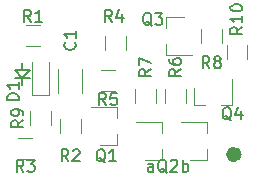
<source format=gbr>
G04 #@! TF.FileFunction,Legend,Top*
%FSLAX46Y46*%
G04 Gerber Fmt 4.6, Leading zero omitted, Abs format (unit mm)*
G04 Created by KiCad (PCBNEW 4.0.7) date 12/11/17 08:47:06*
%MOMM*%
%LPD*%
G01*
G04 APERTURE LIST*
%ADD10C,0.100000*%
%ADD11C,0.750000*%
%ADD12C,0.120000*%
%ADD13C,0.150000*%
G04 APERTURE END LIST*
D10*
D11*
X139856981Y-119253000D02*
G75*
G03X139856981Y-119253000I-283981J0D01*
G01*
D12*
X122310000Y-116805000D02*
X122310000Y-115605000D01*
X124070000Y-115605000D02*
X124070000Y-116805000D01*
X122490000Y-114195000D02*
X123890000Y-114195000D01*
X123890000Y-114195000D02*
X123890000Y-111395000D01*
X122490000Y-114195000D02*
X122490000Y-111395000D01*
X123155000Y-110100000D02*
X121955000Y-110100000D01*
X121955000Y-108340000D02*
X123155000Y-108340000D01*
X121320000Y-117865000D02*
X122520000Y-117865000D01*
X122520000Y-119625000D02*
X121320000Y-119625000D01*
X128660000Y-110455000D02*
X128660000Y-109255000D01*
X130420000Y-109255000D02*
X130420000Y-110455000D01*
X128305000Y-112150000D02*
X129505000Y-112150000D01*
X129505000Y-113910000D02*
X128305000Y-113910000D01*
X131200000Y-114900000D02*
X131200000Y-113700000D01*
X132960000Y-113700000D02*
X132960000Y-114900000D01*
X135500000Y-113700000D02*
X135500000Y-114900000D01*
X133740000Y-114900000D02*
X133740000Y-113700000D01*
X138548000Y-108620000D02*
X138548000Y-109820000D01*
X136788000Y-109820000D02*
X136788000Y-108620000D01*
X126610000Y-116240000D02*
X126610000Y-117440000D01*
X124850000Y-117440000D02*
X124850000Y-116240000D01*
X129665000Y-118420000D02*
X129665000Y-117490000D01*
X129665000Y-115260000D02*
X129665000Y-116190000D01*
X129665000Y-115260000D02*
X127505000Y-115260000D01*
X129665000Y-118420000D02*
X128205000Y-118420000D01*
X133475000Y-119690000D02*
X133475000Y-118760000D01*
X133475000Y-116530000D02*
X133475000Y-117460000D01*
X133475000Y-116530000D02*
X131315000Y-116530000D01*
X133475000Y-119690000D02*
X132015000Y-119690000D01*
X137285000Y-119690000D02*
X137285000Y-118760000D01*
X137285000Y-116530000D02*
X137285000Y-117460000D01*
X137285000Y-116530000D02*
X135125000Y-116530000D01*
X137285000Y-119690000D02*
X135825000Y-119690000D01*
X133860000Y-107640000D02*
X133860000Y-108570000D01*
X133860000Y-110800000D02*
X133860000Y-109870000D01*
X133860000Y-110800000D02*
X136020000Y-110800000D01*
X133860000Y-107640000D02*
X135320000Y-107640000D01*
X136215000Y-115060000D02*
X137145000Y-115060000D01*
X139375000Y-115060000D02*
X138445000Y-115060000D01*
X139375000Y-115060000D02*
X139375000Y-112900000D01*
X136215000Y-115060000D02*
X136215000Y-113600000D01*
X140707000Y-110017000D02*
X140707000Y-111217000D01*
X138947000Y-111217000D02*
X138947000Y-110017000D01*
D13*
X121666000Y-112141000D02*
X121666000Y-111506000D01*
X121666000Y-112776000D02*
X121666000Y-113411000D01*
X121666000Y-112776000D02*
X121031000Y-112776000D01*
X121666000Y-112776000D02*
X122301000Y-112776000D01*
X122301000Y-112141000D02*
X121031000Y-112141000D01*
X121031000Y-112141000D02*
X121666000Y-112776000D01*
X121666000Y-112776000D02*
X122301000Y-112141000D01*
D12*
X126750000Y-114030000D02*
X126750000Y-112030000D01*
X124710000Y-112030000D02*
X124710000Y-114030000D01*
D13*
X125563334Y-119832381D02*
X125230000Y-119356190D01*
X124991905Y-119832381D02*
X124991905Y-118832381D01*
X125372858Y-118832381D01*
X125468096Y-118880000D01*
X125515715Y-118927619D01*
X125563334Y-119022857D01*
X125563334Y-119165714D01*
X125515715Y-119260952D01*
X125468096Y-119308571D01*
X125372858Y-119356190D01*
X124991905Y-119356190D01*
X125944286Y-118927619D02*
X125991905Y-118880000D01*
X126087143Y-118832381D01*
X126325239Y-118832381D01*
X126420477Y-118880000D01*
X126468096Y-118927619D01*
X126515715Y-119022857D01*
X126515715Y-119118095D01*
X126468096Y-119260952D01*
X125896667Y-119832381D01*
X126515715Y-119832381D01*
X121356381Y-114657095D02*
X120356381Y-114657095D01*
X120356381Y-114419000D01*
X120404000Y-114276142D01*
X120499238Y-114180904D01*
X120594476Y-114133285D01*
X120784952Y-114085666D01*
X120927810Y-114085666D01*
X121118286Y-114133285D01*
X121213524Y-114180904D01*
X121308762Y-114276142D01*
X121356381Y-114419000D01*
X121356381Y-114657095D01*
X121356381Y-113133285D02*
X121356381Y-113704714D01*
X121356381Y-113419000D02*
X120356381Y-113419000D01*
X120499238Y-113514238D01*
X120594476Y-113609476D01*
X120642095Y-113704714D01*
X122388334Y-108022381D02*
X122055000Y-107546190D01*
X121816905Y-108022381D02*
X121816905Y-107022381D01*
X122197858Y-107022381D01*
X122293096Y-107070000D01*
X122340715Y-107117619D01*
X122388334Y-107212857D01*
X122388334Y-107355714D01*
X122340715Y-107450952D01*
X122293096Y-107498571D01*
X122197858Y-107546190D01*
X121816905Y-107546190D01*
X123340715Y-108022381D02*
X122769286Y-108022381D01*
X123055000Y-108022381D02*
X123055000Y-107022381D01*
X122959762Y-107165238D01*
X122864524Y-107260476D01*
X122769286Y-107308095D01*
X121753334Y-120721381D02*
X121420000Y-120245190D01*
X121181905Y-120721381D02*
X121181905Y-119721381D01*
X121562858Y-119721381D01*
X121658096Y-119769000D01*
X121705715Y-119816619D01*
X121753334Y-119911857D01*
X121753334Y-120054714D01*
X121705715Y-120149952D01*
X121658096Y-120197571D01*
X121562858Y-120245190D01*
X121181905Y-120245190D01*
X122086667Y-119721381D02*
X122705715Y-119721381D01*
X122372381Y-120102333D01*
X122515239Y-120102333D01*
X122610477Y-120149952D01*
X122658096Y-120197571D01*
X122705715Y-120292810D01*
X122705715Y-120530905D01*
X122658096Y-120626143D01*
X122610477Y-120673762D01*
X122515239Y-120721381D01*
X122229524Y-120721381D01*
X122134286Y-120673762D01*
X122086667Y-120626143D01*
X129246334Y-108021381D02*
X128913000Y-107545190D01*
X128674905Y-108021381D02*
X128674905Y-107021381D01*
X129055858Y-107021381D01*
X129151096Y-107069000D01*
X129198715Y-107116619D01*
X129246334Y-107211857D01*
X129246334Y-107354714D01*
X129198715Y-107449952D01*
X129151096Y-107497571D01*
X129055858Y-107545190D01*
X128674905Y-107545190D01*
X130103477Y-107354714D02*
X130103477Y-108021381D01*
X129865381Y-106973762D02*
X129627286Y-107688048D01*
X130246334Y-107688048D01*
X128738334Y-115069881D02*
X128405000Y-114593690D01*
X128166905Y-115069881D02*
X128166905Y-114069881D01*
X128547858Y-114069881D01*
X128643096Y-114117500D01*
X128690715Y-114165119D01*
X128738334Y-114260357D01*
X128738334Y-114403214D01*
X128690715Y-114498452D01*
X128643096Y-114546071D01*
X128547858Y-114593690D01*
X128166905Y-114593690D01*
X129643096Y-114069881D02*
X129166905Y-114069881D01*
X129119286Y-114546071D01*
X129166905Y-114498452D01*
X129262143Y-114450833D01*
X129500239Y-114450833D01*
X129595477Y-114498452D01*
X129643096Y-114546071D01*
X129690715Y-114641310D01*
X129690715Y-114879405D01*
X129643096Y-114974643D01*
X129595477Y-115022262D01*
X129500239Y-115069881D01*
X129262143Y-115069881D01*
X129166905Y-115022262D01*
X129119286Y-114974643D01*
X135072381Y-112053666D02*
X134596190Y-112387000D01*
X135072381Y-112625095D02*
X134072381Y-112625095D01*
X134072381Y-112244142D01*
X134120000Y-112148904D01*
X134167619Y-112101285D01*
X134262857Y-112053666D01*
X134405714Y-112053666D01*
X134500952Y-112101285D01*
X134548571Y-112148904D01*
X134596190Y-112244142D01*
X134596190Y-112625095D01*
X134072381Y-111196523D02*
X134072381Y-111387000D01*
X134120000Y-111482238D01*
X134167619Y-111529857D01*
X134310476Y-111625095D01*
X134500952Y-111672714D01*
X134881905Y-111672714D01*
X134977143Y-111625095D01*
X135024762Y-111577476D01*
X135072381Y-111482238D01*
X135072381Y-111291761D01*
X135024762Y-111196523D01*
X134977143Y-111148904D01*
X134881905Y-111101285D01*
X134643810Y-111101285D01*
X134548571Y-111148904D01*
X134500952Y-111196523D01*
X134453333Y-111291761D01*
X134453333Y-111482238D01*
X134500952Y-111577476D01*
X134548571Y-111625095D01*
X134643810Y-111672714D01*
X132532381Y-112053666D02*
X132056190Y-112387000D01*
X132532381Y-112625095D02*
X131532381Y-112625095D01*
X131532381Y-112244142D01*
X131580000Y-112148904D01*
X131627619Y-112101285D01*
X131722857Y-112053666D01*
X131865714Y-112053666D01*
X131960952Y-112101285D01*
X132008571Y-112148904D01*
X132056190Y-112244142D01*
X132056190Y-112625095D01*
X131532381Y-111720333D02*
X131532381Y-111053666D01*
X132532381Y-111482238D01*
X137501334Y-111958381D02*
X137168000Y-111482190D01*
X136929905Y-111958381D02*
X136929905Y-110958381D01*
X137310858Y-110958381D01*
X137406096Y-111006000D01*
X137453715Y-111053619D01*
X137501334Y-111148857D01*
X137501334Y-111291714D01*
X137453715Y-111386952D01*
X137406096Y-111434571D01*
X137310858Y-111482190D01*
X136929905Y-111482190D01*
X138072762Y-111386952D02*
X137977524Y-111339333D01*
X137929905Y-111291714D01*
X137882286Y-111196476D01*
X137882286Y-111148857D01*
X137929905Y-111053619D01*
X137977524Y-111006000D01*
X138072762Y-110958381D01*
X138263239Y-110958381D01*
X138358477Y-111006000D01*
X138406096Y-111053619D01*
X138453715Y-111148857D01*
X138453715Y-111196476D01*
X138406096Y-111291714D01*
X138358477Y-111339333D01*
X138263239Y-111386952D01*
X138072762Y-111386952D01*
X137977524Y-111434571D01*
X137929905Y-111482190D01*
X137882286Y-111577429D01*
X137882286Y-111767905D01*
X137929905Y-111863143D01*
X137977524Y-111910762D01*
X138072762Y-111958381D01*
X138263239Y-111958381D01*
X138358477Y-111910762D01*
X138406096Y-111863143D01*
X138453715Y-111767905D01*
X138453715Y-111577429D01*
X138406096Y-111482190D01*
X138358477Y-111434571D01*
X138263239Y-111386952D01*
X121737381Y-116371666D02*
X121261190Y-116705000D01*
X121737381Y-116943095D02*
X120737381Y-116943095D01*
X120737381Y-116562142D01*
X120785000Y-116466904D01*
X120832619Y-116419285D01*
X120927857Y-116371666D01*
X121070714Y-116371666D01*
X121165952Y-116419285D01*
X121213571Y-116466904D01*
X121261190Y-116562142D01*
X121261190Y-116943095D01*
X121737381Y-115895476D02*
X121737381Y-115705000D01*
X121689762Y-115609761D01*
X121642143Y-115562142D01*
X121499286Y-115466904D01*
X121308810Y-115419285D01*
X120927857Y-115419285D01*
X120832619Y-115466904D01*
X120785000Y-115514523D01*
X120737381Y-115609761D01*
X120737381Y-115800238D01*
X120785000Y-115895476D01*
X120832619Y-115943095D01*
X120927857Y-115990714D01*
X121165952Y-115990714D01*
X121261190Y-115943095D01*
X121308810Y-115895476D01*
X121356429Y-115800238D01*
X121356429Y-115609761D01*
X121308810Y-115514523D01*
X121261190Y-115466904D01*
X121165952Y-115419285D01*
X128682762Y-119927619D02*
X128587524Y-119880000D01*
X128492286Y-119784762D01*
X128349429Y-119641905D01*
X128254190Y-119594286D01*
X128158952Y-119594286D01*
X128206571Y-119832381D02*
X128111333Y-119784762D01*
X128016095Y-119689524D01*
X127968476Y-119499048D01*
X127968476Y-119165714D01*
X128016095Y-118975238D01*
X128111333Y-118880000D01*
X128206571Y-118832381D01*
X128397048Y-118832381D01*
X128492286Y-118880000D01*
X128587524Y-118975238D01*
X128635143Y-119165714D01*
X128635143Y-119499048D01*
X128587524Y-119689524D01*
X128492286Y-119784762D01*
X128397048Y-119832381D01*
X128206571Y-119832381D01*
X129587524Y-119832381D02*
X129016095Y-119832381D01*
X129301809Y-119832381D02*
X129301809Y-118832381D01*
X129206571Y-118975238D01*
X129111333Y-119070476D01*
X129016095Y-119118095D01*
X132746905Y-120721381D02*
X132746905Y-120197571D01*
X132699286Y-120102333D01*
X132604048Y-120054714D01*
X132413571Y-120054714D01*
X132318333Y-120102333D01*
X132746905Y-120673762D02*
X132651667Y-120721381D01*
X132413571Y-120721381D01*
X132318333Y-120673762D01*
X132270714Y-120578524D01*
X132270714Y-120483286D01*
X132318333Y-120388048D01*
X132413571Y-120340429D01*
X132651667Y-120340429D01*
X132746905Y-120292810D01*
X133889762Y-120816619D02*
X133794524Y-120769000D01*
X133699286Y-120673762D01*
X133556429Y-120530905D01*
X133461190Y-120483286D01*
X133365952Y-120483286D01*
X133413571Y-120721381D02*
X133318333Y-120673762D01*
X133223095Y-120578524D01*
X133175476Y-120388048D01*
X133175476Y-120054714D01*
X133223095Y-119864238D01*
X133318333Y-119769000D01*
X133413571Y-119721381D01*
X133604048Y-119721381D01*
X133699286Y-119769000D01*
X133794524Y-119864238D01*
X133842143Y-120054714D01*
X133842143Y-120388048D01*
X133794524Y-120578524D01*
X133699286Y-120673762D01*
X133604048Y-120721381D01*
X133413571Y-120721381D01*
X134223095Y-119816619D02*
X134270714Y-119769000D01*
X134365952Y-119721381D01*
X134604048Y-119721381D01*
X134699286Y-119769000D01*
X134746905Y-119816619D01*
X134794524Y-119911857D01*
X134794524Y-120007095D01*
X134746905Y-120149952D01*
X134175476Y-120721381D01*
X134794524Y-120721381D01*
X135223095Y-120721381D02*
X135223095Y-119721381D01*
X135223095Y-120102333D02*
X135318333Y-120054714D01*
X135508810Y-120054714D01*
X135604048Y-120102333D01*
X135651667Y-120149952D01*
X135699286Y-120245190D01*
X135699286Y-120530905D01*
X135651667Y-120626143D01*
X135604048Y-120673762D01*
X135508810Y-120721381D01*
X135318333Y-120721381D01*
X135223095Y-120673762D01*
X132619762Y-108370619D02*
X132524524Y-108323000D01*
X132429286Y-108227762D01*
X132286429Y-108084905D01*
X132191190Y-108037286D01*
X132095952Y-108037286D01*
X132143571Y-108275381D02*
X132048333Y-108227762D01*
X131953095Y-108132524D01*
X131905476Y-107942048D01*
X131905476Y-107608714D01*
X131953095Y-107418238D01*
X132048333Y-107323000D01*
X132143571Y-107275381D01*
X132334048Y-107275381D01*
X132429286Y-107323000D01*
X132524524Y-107418238D01*
X132572143Y-107608714D01*
X132572143Y-107942048D01*
X132524524Y-108132524D01*
X132429286Y-108227762D01*
X132334048Y-108275381D01*
X132143571Y-108275381D01*
X132905476Y-107275381D02*
X133524524Y-107275381D01*
X133191190Y-107656333D01*
X133334048Y-107656333D01*
X133429286Y-107703952D01*
X133476905Y-107751571D01*
X133524524Y-107846810D01*
X133524524Y-108084905D01*
X133476905Y-108180143D01*
X133429286Y-108227762D01*
X133334048Y-108275381D01*
X133048333Y-108275381D01*
X132953095Y-108227762D01*
X132905476Y-108180143D01*
X139350762Y-116371619D02*
X139255524Y-116324000D01*
X139160286Y-116228762D01*
X139017429Y-116085905D01*
X138922190Y-116038286D01*
X138826952Y-116038286D01*
X138874571Y-116276381D02*
X138779333Y-116228762D01*
X138684095Y-116133524D01*
X138636476Y-115943048D01*
X138636476Y-115609714D01*
X138684095Y-115419238D01*
X138779333Y-115324000D01*
X138874571Y-115276381D01*
X139065048Y-115276381D01*
X139160286Y-115324000D01*
X139255524Y-115419238D01*
X139303143Y-115609714D01*
X139303143Y-115943048D01*
X139255524Y-116133524D01*
X139160286Y-116228762D01*
X139065048Y-116276381D01*
X138874571Y-116276381D01*
X140160286Y-115609714D02*
X140160286Y-116276381D01*
X139922190Y-115228762D02*
X139684095Y-115943048D01*
X140303143Y-115943048D01*
X140279381Y-108465857D02*
X139803190Y-108799191D01*
X140279381Y-109037286D02*
X139279381Y-109037286D01*
X139279381Y-108656333D01*
X139327000Y-108561095D01*
X139374619Y-108513476D01*
X139469857Y-108465857D01*
X139612714Y-108465857D01*
X139707952Y-108513476D01*
X139755571Y-108561095D01*
X139803190Y-108656333D01*
X139803190Y-109037286D01*
X140279381Y-107513476D02*
X140279381Y-108084905D01*
X140279381Y-107799191D02*
X139279381Y-107799191D01*
X139422238Y-107894429D01*
X139517476Y-107989667D01*
X139565095Y-108084905D01*
X139279381Y-106894429D02*
X139279381Y-106799190D01*
X139327000Y-106703952D01*
X139374619Y-106656333D01*
X139469857Y-106608714D01*
X139660333Y-106561095D01*
X139898429Y-106561095D01*
X140088905Y-106608714D01*
X140184143Y-106656333D01*
X140231762Y-106703952D01*
X140279381Y-106799190D01*
X140279381Y-106894429D01*
X140231762Y-106989667D01*
X140184143Y-107037286D01*
X140088905Y-107084905D01*
X139898429Y-107132524D01*
X139660333Y-107132524D01*
X139469857Y-107084905D01*
X139374619Y-107037286D01*
X139327000Y-106989667D01*
X139279381Y-106894429D01*
X126087143Y-109767666D02*
X126134762Y-109815285D01*
X126182381Y-109958142D01*
X126182381Y-110053380D01*
X126134762Y-110196238D01*
X126039524Y-110291476D01*
X125944286Y-110339095D01*
X125753810Y-110386714D01*
X125610952Y-110386714D01*
X125420476Y-110339095D01*
X125325238Y-110291476D01*
X125230000Y-110196238D01*
X125182381Y-110053380D01*
X125182381Y-109958142D01*
X125230000Y-109815285D01*
X125277619Y-109767666D01*
X126182381Y-108815285D02*
X126182381Y-109386714D01*
X126182381Y-109101000D02*
X125182381Y-109101000D01*
X125325238Y-109196238D01*
X125420476Y-109291476D01*
X125468095Y-109386714D01*
M02*

</source>
